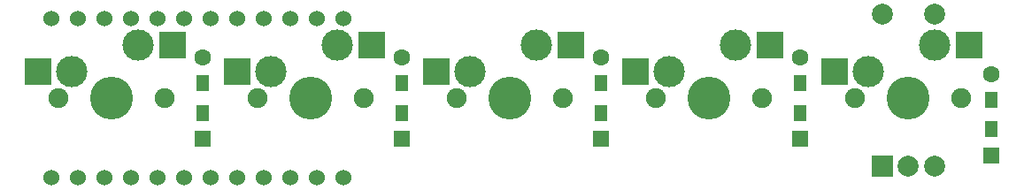
<source format=gbs>
%TF.GenerationSoftware,KiCad,Pcbnew,(5.1.10)-1*%
%TF.CreationDate,2021-09-25T16:03:37+01:00*%
%TF.ProjectId,piccolo-mini,70696363-6f6c-46f2-9d6d-696e692e6b69,rev?*%
%TF.SameCoordinates,Original*%
%TF.FileFunction,Soldermask,Bot*%
%TF.FilePolarity,Negative*%
%FSLAX46Y46*%
G04 Gerber Fmt 4.6, Leading zero omitted, Abs format (unit mm)*
G04 Created by KiCad (PCBNEW (5.1.10)-1) date 2021-09-25 16:03:37*
%MOMM*%
%LPD*%
G01*
G04 APERTURE LIST*
%ADD10C,1.524000*%
%ADD11R,2.000000X2.000000*%
%ADD12C,2.000000*%
%ADD13C,3.000000*%
%ADD14R,2.550000X2.500000*%
%ADD15C,1.900000*%
%ADD16C,4.100000*%
%ADD17R,1.600000X1.600000*%
%ADD18C,1.600000*%
%ADD19R,1.200000X1.600000*%
G04 APERTURE END LIST*
D10*
%TO.C,U1*%
X137953750Y-96381600D03*
X140493750Y-96381600D03*
X143033750Y-96381600D03*
X145573750Y-96381600D03*
X148113750Y-96381600D03*
X150653750Y-96381600D03*
X153193750Y-96381600D03*
X155733750Y-96381600D03*
X158273750Y-96381600D03*
X160813750Y-96381600D03*
X163353750Y-96381600D03*
X165893750Y-96381600D03*
X165893750Y-81161600D03*
X163353750Y-81161600D03*
X160813750Y-81161600D03*
X158273750Y-81161600D03*
X155733750Y-81161600D03*
X153193750Y-81161600D03*
X150653750Y-81161600D03*
X148113750Y-81161600D03*
X145573750Y-81161600D03*
X143033750Y-81161600D03*
X140493750Y-81161600D03*
X137953750Y-81161600D03*
%TD*%
D11*
%TO.C,SW2*%
X217400500Y-95257000D03*
D12*
X219900500Y-95257000D03*
X222400500Y-95257000D03*
X217400500Y-80757000D03*
X222400500Y-80757000D03*
%TD*%
D13*
%TO.C,MX5*%
X222440500Y-83693000D03*
X216090500Y-86233000D03*
D14*
X225742500Y-83693000D03*
D15*
X214820500Y-88773000D03*
X224980500Y-88773000D03*
D16*
X219900500Y-88773000D03*
D14*
X212815500Y-86233000D03*
%TD*%
D13*
%TO.C,MX4*%
X203390500Y-83693000D03*
X197040500Y-86233000D03*
D14*
X206692500Y-83693000D03*
D15*
X195770500Y-88773000D03*
X205930500Y-88773000D03*
D16*
X200850500Y-88773000D03*
D14*
X193765500Y-86233000D03*
%TD*%
D13*
%TO.C,MX3*%
X184340500Y-83693000D03*
X177990500Y-86233000D03*
D14*
X187642500Y-83693000D03*
D15*
X176720500Y-88773000D03*
X186880500Y-88773000D03*
D16*
X181800500Y-88773000D03*
D14*
X174715500Y-86233000D03*
%TD*%
D13*
%TO.C,MX2*%
X165290500Y-83693000D03*
X158940500Y-86233000D03*
D14*
X168592500Y-83693000D03*
D15*
X157670500Y-88773000D03*
X167830500Y-88773000D03*
D16*
X162750500Y-88773000D03*
D14*
X155665500Y-86233000D03*
%TD*%
D13*
%TO.C,MX1*%
X146240500Y-83693000D03*
X139890500Y-86233000D03*
D14*
X149542500Y-83693000D03*
D15*
X138620500Y-88773000D03*
X148780500Y-88773000D03*
D16*
X143700500Y-88773000D03*
D14*
X136615500Y-86233000D03*
%TD*%
D17*
%TO.C,D5*%
X227838000Y-94260500D03*
D18*
X227838000Y-86460500D03*
D19*
X227838000Y-91760500D03*
X227838000Y-88960500D03*
%TD*%
D17*
%TO.C,D4*%
X209581750Y-92673000D03*
D18*
X209581750Y-84873000D03*
D19*
X209581750Y-90173000D03*
X209581750Y-87373000D03*
%TD*%
D17*
%TO.C,D3*%
X190531750Y-92673000D03*
D18*
X190531750Y-84873000D03*
D19*
X190531750Y-90173000D03*
X190531750Y-87373000D03*
%TD*%
D17*
%TO.C,D2*%
X171481750Y-92673000D03*
D18*
X171481750Y-84873000D03*
D19*
X171481750Y-90173000D03*
X171481750Y-87373000D03*
%TD*%
D17*
%TO.C,D1*%
X152431750Y-92673000D03*
D18*
X152431750Y-84873000D03*
D19*
X152431750Y-90173000D03*
X152431750Y-87373000D03*
%TD*%
M02*

</source>
